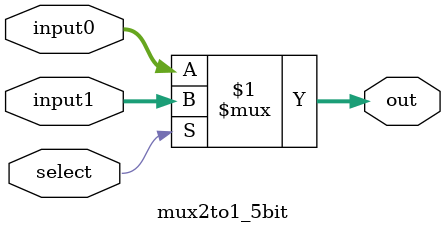
<source format=v>
module mux2to1_5bit (
    input wire [4:0] input0,
    input wire [4:0] input1,
    input wire select,
    output wire [4:0] out
);
    // Ternary operator: (Condition) ? True_Value : False_Value
    assign out = select ? input1 : input0;

endmodule
</source>
